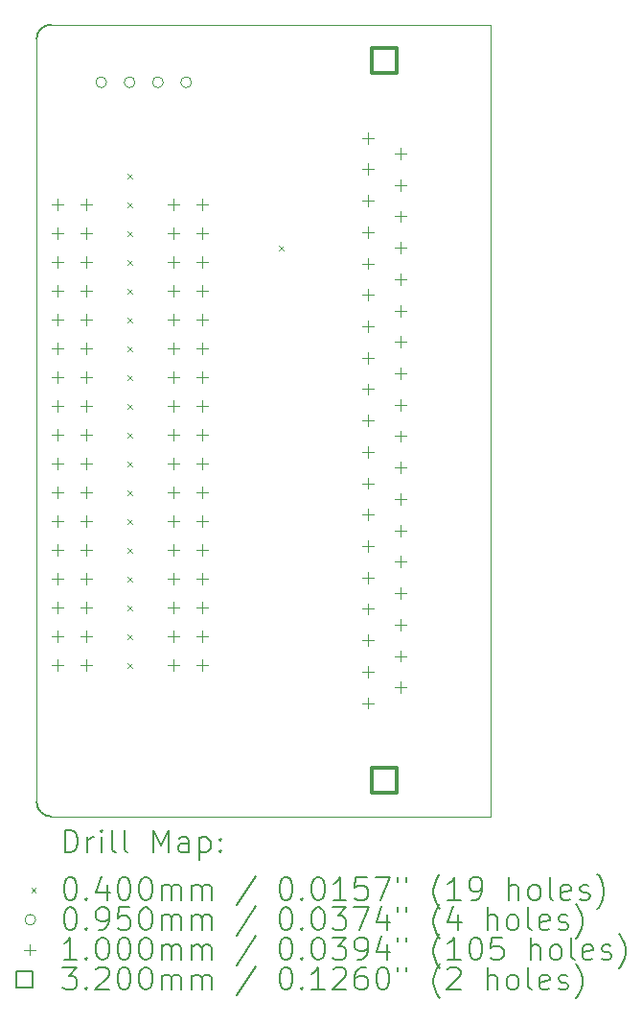
<source format=gbr>
%TF.GenerationSoftware,KiCad,Pcbnew,6.0.11+dfsg-1*%
%TF.CreationDate,2024-03-29T12:08:07-05:00*%
%TF.ProjectId,xerox-floppy-34,7865726f-782d-4666-9c6f-7070792d3334,rev?*%
%TF.SameCoordinates,Original*%
%TF.FileFunction,Drillmap*%
%TF.FilePolarity,Positive*%
%FSLAX45Y45*%
G04 Gerber Fmt 4.5, Leading zero omitted, Abs format (unit mm)*
G04 Created by KiCad (PCBNEW 6.0.11+dfsg-1) date 2024-03-29 12:08:07*
%MOMM*%
%LPD*%
G01*
G04 APERTURE LIST*
%ADD10C,0.150000*%
%ADD11C,0.100000*%
%ADD12C,0.200000*%
%ADD13C,0.040000*%
%ADD14C,0.095000*%
%ADD15C,0.320000*%
G04 APERTURE END LIST*
D10*
X10033000Y-7112000D02*
G75*
G03*
X9906000Y-7239000I0J-127000D01*
G01*
X9906000Y-13970000D02*
G75*
G03*
X10033000Y-14097000I127000J0D01*
G01*
D11*
X10033000Y-7112000D02*
X13919200Y-7112000D01*
X9906000Y-13970000D02*
X9906000Y-7239000D01*
X13919200Y-14097000D02*
X10033000Y-14097000D01*
X13919200Y-7112000D02*
X13919200Y-14097000D01*
D12*
D13*
X10711500Y-8425500D02*
X10751500Y-8465500D01*
X10751500Y-8425500D02*
X10711500Y-8465500D01*
X10711500Y-8679500D02*
X10751500Y-8719500D01*
X10751500Y-8679500D02*
X10711500Y-8719500D01*
X10711500Y-8933500D02*
X10751500Y-8973500D01*
X10751500Y-8933500D02*
X10711500Y-8973500D01*
X10711500Y-9187500D02*
X10751500Y-9227500D01*
X10751500Y-9187500D02*
X10711500Y-9227500D01*
X10711500Y-9441500D02*
X10751500Y-9481500D01*
X10751500Y-9441500D02*
X10711500Y-9481500D01*
X10711500Y-9695500D02*
X10751500Y-9735500D01*
X10751500Y-9695500D02*
X10711500Y-9735500D01*
X10711500Y-9949500D02*
X10751500Y-9989500D01*
X10751500Y-9949500D02*
X10711500Y-9989500D01*
X10711500Y-10203500D02*
X10751500Y-10243500D01*
X10751500Y-10203500D02*
X10711500Y-10243500D01*
X10711500Y-10457500D02*
X10751500Y-10497500D01*
X10751500Y-10457500D02*
X10711500Y-10497500D01*
X10711500Y-10711500D02*
X10751500Y-10751500D01*
X10751500Y-10711500D02*
X10711500Y-10751500D01*
X10711500Y-10965500D02*
X10751500Y-11005500D01*
X10751500Y-10965500D02*
X10711500Y-11005500D01*
X10711500Y-11219500D02*
X10751500Y-11259500D01*
X10751500Y-11219500D02*
X10711500Y-11259500D01*
X10711500Y-11473500D02*
X10751500Y-11513500D01*
X10751500Y-11473500D02*
X10711500Y-11513500D01*
X10711500Y-11727500D02*
X10751500Y-11767500D01*
X10751500Y-11727500D02*
X10711500Y-11767500D01*
X10711500Y-11981500D02*
X10751500Y-12021500D01*
X10751500Y-11981500D02*
X10711500Y-12021500D01*
X10711500Y-12235500D02*
X10751500Y-12275500D01*
X10751500Y-12235500D02*
X10711500Y-12275500D01*
X10711500Y-12489500D02*
X10751500Y-12529500D01*
X10751500Y-12489500D02*
X10711500Y-12529500D01*
X10711500Y-12743500D02*
X10751500Y-12783500D01*
X10751500Y-12743500D02*
X10711500Y-12783500D01*
X12045000Y-9060500D02*
X12085000Y-9100500D01*
X12085000Y-9060500D02*
X12045000Y-9100500D01*
D14*
X10525000Y-7620000D02*
G75*
G03*
X10525000Y-7620000I-47500J0D01*
G01*
X10775000Y-7620000D02*
G75*
G03*
X10775000Y-7620000I-47500J0D01*
G01*
X11025000Y-7620000D02*
G75*
G03*
X11025000Y-7620000I-47500J0D01*
G01*
X11275000Y-7620000D02*
G75*
G03*
X11275000Y-7620000I-47500J0D01*
G01*
D11*
X10090000Y-8650000D02*
X10090000Y-8750000D01*
X10040000Y-8700000D02*
X10140000Y-8700000D01*
X10090000Y-8904000D02*
X10090000Y-9004000D01*
X10040000Y-8954000D02*
X10140000Y-8954000D01*
X10090000Y-9158000D02*
X10090000Y-9258000D01*
X10040000Y-9208000D02*
X10140000Y-9208000D01*
X10090000Y-9412000D02*
X10090000Y-9512000D01*
X10040000Y-9462000D02*
X10140000Y-9462000D01*
X10090000Y-9666000D02*
X10090000Y-9766000D01*
X10040000Y-9716000D02*
X10140000Y-9716000D01*
X10090000Y-9920000D02*
X10090000Y-10020000D01*
X10040000Y-9970000D02*
X10140000Y-9970000D01*
X10090000Y-10174000D02*
X10090000Y-10274000D01*
X10040000Y-10224000D02*
X10140000Y-10224000D01*
X10090000Y-10428000D02*
X10090000Y-10528000D01*
X10040000Y-10478000D02*
X10140000Y-10478000D01*
X10090000Y-10682000D02*
X10090000Y-10782000D01*
X10040000Y-10732000D02*
X10140000Y-10732000D01*
X10090000Y-10936000D02*
X10090000Y-11036000D01*
X10040000Y-10986000D02*
X10140000Y-10986000D01*
X10090000Y-11190000D02*
X10090000Y-11290000D01*
X10040000Y-11240000D02*
X10140000Y-11240000D01*
X10090000Y-11444000D02*
X10090000Y-11544000D01*
X10040000Y-11494000D02*
X10140000Y-11494000D01*
X10090000Y-11698000D02*
X10090000Y-11798000D01*
X10040000Y-11748000D02*
X10140000Y-11748000D01*
X10090000Y-11952000D02*
X10090000Y-12052000D01*
X10040000Y-12002000D02*
X10140000Y-12002000D01*
X10090000Y-12206000D02*
X10090000Y-12306000D01*
X10040000Y-12256000D02*
X10140000Y-12256000D01*
X10090000Y-12460000D02*
X10090000Y-12560000D01*
X10040000Y-12510000D02*
X10140000Y-12510000D01*
X10090000Y-12714000D02*
X10090000Y-12814000D01*
X10040000Y-12764000D02*
X10140000Y-12764000D01*
X10344000Y-8650000D02*
X10344000Y-8750000D01*
X10294000Y-8700000D02*
X10394000Y-8700000D01*
X10344000Y-8904000D02*
X10344000Y-9004000D01*
X10294000Y-8954000D02*
X10394000Y-8954000D01*
X10344000Y-9158000D02*
X10344000Y-9258000D01*
X10294000Y-9208000D02*
X10394000Y-9208000D01*
X10344000Y-9412000D02*
X10344000Y-9512000D01*
X10294000Y-9462000D02*
X10394000Y-9462000D01*
X10344000Y-9666000D02*
X10344000Y-9766000D01*
X10294000Y-9716000D02*
X10394000Y-9716000D01*
X10344000Y-9920000D02*
X10344000Y-10020000D01*
X10294000Y-9970000D02*
X10394000Y-9970000D01*
X10344000Y-10174000D02*
X10344000Y-10274000D01*
X10294000Y-10224000D02*
X10394000Y-10224000D01*
X10344000Y-10428000D02*
X10344000Y-10528000D01*
X10294000Y-10478000D02*
X10394000Y-10478000D01*
X10344000Y-10682000D02*
X10344000Y-10782000D01*
X10294000Y-10732000D02*
X10394000Y-10732000D01*
X10344000Y-10936000D02*
X10344000Y-11036000D01*
X10294000Y-10986000D02*
X10394000Y-10986000D01*
X10344000Y-11190000D02*
X10344000Y-11290000D01*
X10294000Y-11240000D02*
X10394000Y-11240000D01*
X10344000Y-11444000D02*
X10344000Y-11544000D01*
X10294000Y-11494000D02*
X10394000Y-11494000D01*
X10344000Y-11698000D02*
X10344000Y-11798000D01*
X10294000Y-11748000D02*
X10394000Y-11748000D01*
X10344000Y-11952000D02*
X10344000Y-12052000D01*
X10294000Y-12002000D02*
X10394000Y-12002000D01*
X10344000Y-12206000D02*
X10344000Y-12306000D01*
X10294000Y-12256000D02*
X10394000Y-12256000D01*
X10344000Y-12460000D02*
X10344000Y-12560000D01*
X10294000Y-12510000D02*
X10394000Y-12510000D01*
X10344000Y-12714000D02*
X10344000Y-12814000D01*
X10294000Y-12764000D02*
X10394000Y-12764000D01*
X11112500Y-8649500D02*
X11112500Y-8749500D01*
X11062500Y-8699500D02*
X11162500Y-8699500D01*
X11112500Y-8903500D02*
X11112500Y-9003500D01*
X11062500Y-8953500D02*
X11162500Y-8953500D01*
X11112500Y-9157500D02*
X11112500Y-9257500D01*
X11062500Y-9207500D02*
X11162500Y-9207500D01*
X11112500Y-9411500D02*
X11112500Y-9511500D01*
X11062500Y-9461500D02*
X11162500Y-9461500D01*
X11112500Y-9665500D02*
X11112500Y-9765500D01*
X11062500Y-9715500D02*
X11162500Y-9715500D01*
X11112500Y-9919500D02*
X11112500Y-10019500D01*
X11062500Y-9969500D02*
X11162500Y-9969500D01*
X11112500Y-10173500D02*
X11112500Y-10273500D01*
X11062500Y-10223500D02*
X11162500Y-10223500D01*
X11112500Y-10427500D02*
X11112500Y-10527500D01*
X11062500Y-10477500D02*
X11162500Y-10477500D01*
X11112500Y-10681500D02*
X11112500Y-10781500D01*
X11062500Y-10731500D02*
X11162500Y-10731500D01*
X11112500Y-10935500D02*
X11112500Y-11035500D01*
X11062500Y-10985500D02*
X11162500Y-10985500D01*
X11112500Y-11189500D02*
X11112500Y-11289500D01*
X11062500Y-11239500D02*
X11162500Y-11239500D01*
X11112500Y-11443500D02*
X11112500Y-11543500D01*
X11062500Y-11493500D02*
X11162500Y-11493500D01*
X11112500Y-11697500D02*
X11112500Y-11797500D01*
X11062500Y-11747500D02*
X11162500Y-11747500D01*
X11112500Y-11951500D02*
X11112500Y-12051500D01*
X11062500Y-12001500D02*
X11162500Y-12001500D01*
X11112500Y-12205500D02*
X11112500Y-12305500D01*
X11062500Y-12255500D02*
X11162500Y-12255500D01*
X11112500Y-12459500D02*
X11112500Y-12559500D01*
X11062500Y-12509500D02*
X11162500Y-12509500D01*
X11112500Y-12713500D02*
X11112500Y-12813500D01*
X11062500Y-12763500D02*
X11162500Y-12763500D01*
X11366500Y-8649500D02*
X11366500Y-8749500D01*
X11316500Y-8699500D02*
X11416500Y-8699500D01*
X11366500Y-8903500D02*
X11366500Y-9003500D01*
X11316500Y-8953500D02*
X11416500Y-8953500D01*
X11366500Y-9157500D02*
X11366500Y-9257500D01*
X11316500Y-9207500D02*
X11416500Y-9207500D01*
X11366500Y-9411500D02*
X11366500Y-9511500D01*
X11316500Y-9461500D02*
X11416500Y-9461500D01*
X11366500Y-9665500D02*
X11366500Y-9765500D01*
X11316500Y-9715500D02*
X11416500Y-9715500D01*
X11366500Y-9919500D02*
X11366500Y-10019500D01*
X11316500Y-9969500D02*
X11416500Y-9969500D01*
X11366500Y-10173500D02*
X11366500Y-10273500D01*
X11316500Y-10223500D02*
X11416500Y-10223500D01*
X11366500Y-10427500D02*
X11366500Y-10527500D01*
X11316500Y-10477500D02*
X11416500Y-10477500D01*
X11366500Y-10681500D02*
X11366500Y-10781500D01*
X11316500Y-10731500D02*
X11416500Y-10731500D01*
X11366500Y-10935500D02*
X11366500Y-11035500D01*
X11316500Y-10985500D02*
X11416500Y-10985500D01*
X11366500Y-11189500D02*
X11366500Y-11289500D01*
X11316500Y-11239500D02*
X11416500Y-11239500D01*
X11366500Y-11443500D02*
X11366500Y-11543500D01*
X11316500Y-11493500D02*
X11416500Y-11493500D01*
X11366500Y-11697500D02*
X11366500Y-11797500D01*
X11316500Y-11747500D02*
X11416500Y-11747500D01*
X11366500Y-11951500D02*
X11366500Y-12051500D01*
X11316500Y-12001500D02*
X11416500Y-12001500D01*
X11366500Y-12205500D02*
X11366500Y-12305500D01*
X11316500Y-12255500D02*
X11416500Y-12255500D01*
X11366500Y-12459500D02*
X11366500Y-12559500D01*
X11316500Y-12509500D02*
X11416500Y-12509500D01*
X11366500Y-12713500D02*
X11366500Y-12813500D01*
X11316500Y-12763500D02*
X11416500Y-12763500D01*
X12834967Y-8061000D02*
X12834967Y-8161000D01*
X12784967Y-8111000D02*
X12884967Y-8111000D01*
X12834967Y-8338000D02*
X12834967Y-8438000D01*
X12784967Y-8388000D02*
X12884967Y-8388000D01*
X12834967Y-8615000D02*
X12834967Y-8715000D01*
X12784967Y-8665000D02*
X12884967Y-8665000D01*
X12834967Y-8892000D02*
X12834967Y-8992000D01*
X12784967Y-8942000D02*
X12884967Y-8942000D01*
X12834967Y-9169000D02*
X12834967Y-9269000D01*
X12784967Y-9219000D02*
X12884967Y-9219000D01*
X12834967Y-9446000D02*
X12834967Y-9546000D01*
X12784967Y-9496000D02*
X12884967Y-9496000D01*
X12834967Y-9723000D02*
X12834967Y-9823000D01*
X12784967Y-9773000D02*
X12884967Y-9773000D01*
X12834967Y-10000000D02*
X12834967Y-10100000D01*
X12784967Y-10050000D02*
X12884967Y-10050000D01*
X12834967Y-10277000D02*
X12834967Y-10377000D01*
X12784967Y-10327000D02*
X12884967Y-10327000D01*
X12834967Y-10554000D02*
X12834967Y-10654000D01*
X12784967Y-10604000D02*
X12884967Y-10604000D01*
X12834967Y-10831000D02*
X12834967Y-10931000D01*
X12784967Y-10881000D02*
X12884967Y-10881000D01*
X12834967Y-11108000D02*
X12834967Y-11208000D01*
X12784967Y-11158000D02*
X12884967Y-11158000D01*
X12834967Y-11385000D02*
X12834967Y-11485000D01*
X12784967Y-11435000D02*
X12884967Y-11435000D01*
X12834967Y-11662000D02*
X12834967Y-11762000D01*
X12784967Y-11712000D02*
X12884967Y-11712000D01*
X12834967Y-11939000D02*
X12834967Y-12039000D01*
X12784967Y-11989000D02*
X12884967Y-11989000D01*
X12834967Y-12216000D02*
X12834967Y-12316000D01*
X12784967Y-12266000D02*
X12884967Y-12266000D01*
X12834967Y-12493000D02*
X12834967Y-12593000D01*
X12784967Y-12543000D02*
X12884967Y-12543000D01*
X12834967Y-12770000D02*
X12834967Y-12870000D01*
X12784967Y-12820000D02*
X12884967Y-12820000D01*
X12834967Y-13047000D02*
X12834967Y-13147000D01*
X12784967Y-13097000D02*
X12884967Y-13097000D01*
X13118967Y-8199500D02*
X13118967Y-8299500D01*
X13068967Y-8249500D02*
X13168967Y-8249500D01*
X13118967Y-8476500D02*
X13118967Y-8576500D01*
X13068967Y-8526500D02*
X13168967Y-8526500D01*
X13118967Y-8753500D02*
X13118967Y-8853500D01*
X13068967Y-8803500D02*
X13168967Y-8803500D01*
X13118967Y-9030500D02*
X13118967Y-9130500D01*
X13068967Y-9080500D02*
X13168967Y-9080500D01*
X13118967Y-9307500D02*
X13118967Y-9407500D01*
X13068967Y-9357500D02*
X13168967Y-9357500D01*
X13118967Y-9584500D02*
X13118967Y-9684500D01*
X13068967Y-9634500D02*
X13168967Y-9634500D01*
X13118967Y-9861500D02*
X13118967Y-9961500D01*
X13068967Y-9911500D02*
X13168967Y-9911500D01*
X13118967Y-10138500D02*
X13118967Y-10238500D01*
X13068967Y-10188500D02*
X13168967Y-10188500D01*
X13118967Y-10415500D02*
X13118967Y-10515500D01*
X13068967Y-10465500D02*
X13168967Y-10465500D01*
X13118967Y-10692500D02*
X13118967Y-10792500D01*
X13068967Y-10742500D02*
X13168967Y-10742500D01*
X13118967Y-10969500D02*
X13118967Y-11069500D01*
X13068967Y-11019500D02*
X13168967Y-11019500D01*
X13118967Y-11246500D02*
X13118967Y-11346500D01*
X13068967Y-11296500D02*
X13168967Y-11296500D01*
X13118967Y-11523500D02*
X13118967Y-11623500D01*
X13068967Y-11573500D02*
X13168967Y-11573500D01*
X13118967Y-11800500D02*
X13118967Y-11900500D01*
X13068967Y-11850500D02*
X13168967Y-11850500D01*
X13118967Y-12077500D02*
X13118967Y-12177500D01*
X13068967Y-12127500D02*
X13168967Y-12127500D01*
X13118967Y-12354500D02*
X13118967Y-12454500D01*
X13068967Y-12404500D02*
X13168967Y-12404500D01*
X13118967Y-12631500D02*
X13118967Y-12731500D01*
X13068967Y-12681500D02*
X13168967Y-12681500D01*
X13118967Y-12908500D02*
X13118967Y-13008500D01*
X13068967Y-12958500D02*
X13168967Y-12958500D01*
D15*
X13090105Y-7542138D02*
X13090105Y-7315862D01*
X12863829Y-7315862D01*
X12863829Y-7542138D01*
X13090105Y-7542138D01*
X13090105Y-13892138D02*
X13090105Y-13665862D01*
X12863829Y-13665862D01*
X12863829Y-13892138D01*
X13090105Y-13892138D01*
D12*
X10156119Y-14414976D02*
X10156119Y-14214976D01*
X10203738Y-14214976D01*
X10232310Y-14224500D01*
X10251357Y-14243548D01*
X10260881Y-14262595D01*
X10270405Y-14300690D01*
X10270405Y-14329262D01*
X10260881Y-14367357D01*
X10251357Y-14386405D01*
X10232310Y-14405452D01*
X10203738Y-14414976D01*
X10156119Y-14414976D01*
X10356119Y-14414976D02*
X10356119Y-14281643D01*
X10356119Y-14319738D02*
X10365643Y-14300690D01*
X10375167Y-14291167D01*
X10394214Y-14281643D01*
X10413262Y-14281643D01*
X10479929Y-14414976D02*
X10479929Y-14281643D01*
X10479929Y-14214976D02*
X10470405Y-14224500D01*
X10479929Y-14234024D01*
X10489452Y-14224500D01*
X10479929Y-14214976D01*
X10479929Y-14234024D01*
X10603738Y-14414976D02*
X10584690Y-14405452D01*
X10575167Y-14386405D01*
X10575167Y-14214976D01*
X10708500Y-14414976D02*
X10689452Y-14405452D01*
X10679929Y-14386405D01*
X10679929Y-14214976D01*
X10937071Y-14414976D02*
X10937071Y-14214976D01*
X11003738Y-14357833D01*
X11070405Y-14214976D01*
X11070405Y-14414976D01*
X11251357Y-14414976D02*
X11251357Y-14310214D01*
X11241833Y-14291167D01*
X11222786Y-14281643D01*
X11184690Y-14281643D01*
X11165643Y-14291167D01*
X11251357Y-14405452D02*
X11232309Y-14414976D01*
X11184690Y-14414976D01*
X11165643Y-14405452D01*
X11156119Y-14386405D01*
X11156119Y-14367357D01*
X11165643Y-14348309D01*
X11184690Y-14338786D01*
X11232309Y-14338786D01*
X11251357Y-14329262D01*
X11346595Y-14281643D02*
X11346595Y-14481643D01*
X11346595Y-14291167D02*
X11365643Y-14281643D01*
X11403738Y-14281643D01*
X11422786Y-14291167D01*
X11432309Y-14300690D01*
X11441833Y-14319738D01*
X11441833Y-14376881D01*
X11432309Y-14395928D01*
X11422786Y-14405452D01*
X11403738Y-14414976D01*
X11365643Y-14414976D01*
X11346595Y-14405452D01*
X11527548Y-14395928D02*
X11537071Y-14405452D01*
X11527548Y-14414976D01*
X11518024Y-14405452D01*
X11527548Y-14395928D01*
X11527548Y-14414976D01*
X11527548Y-14291167D02*
X11537071Y-14300690D01*
X11527548Y-14310214D01*
X11518024Y-14300690D01*
X11527548Y-14291167D01*
X11527548Y-14310214D01*
D13*
X9858500Y-14724500D02*
X9898500Y-14764500D01*
X9898500Y-14724500D02*
X9858500Y-14764500D01*
D12*
X10194214Y-14634976D02*
X10213262Y-14634976D01*
X10232310Y-14644500D01*
X10241833Y-14654024D01*
X10251357Y-14673071D01*
X10260881Y-14711167D01*
X10260881Y-14758786D01*
X10251357Y-14796881D01*
X10241833Y-14815928D01*
X10232310Y-14825452D01*
X10213262Y-14834976D01*
X10194214Y-14834976D01*
X10175167Y-14825452D01*
X10165643Y-14815928D01*
X10156119Y-14796881D01*
X10146595Y-14758786D01*
X10146595Y-14711167D01*
X10156119Y-14673071D01*
X10165643Y-14654024D01*
X10175167Y-14644500D01*
X10194214Y-14634976D01*
X10346595Y-14815928D02*
X10356119Y-14825452D01*
X10346595Y-14834976D01*
X10337071Y-14825452D01*
X10346595Y-14815928D01*
X10346595Y-14834976D01*
X10527548Y-14701643D02*
X10527548Y-14834976D01*
X10479929Y-14625452D02*
X10432310Y-14768309D01*
X10556119Y-14768309D01*
X10670405Y-14634976D02*
X10689452Y-14634976D01*
X10708500Y-14644500D01*
X10718024Y-14654024D01*
X10727548Y-14673071D01*
X10737071Y-14711167D01*
X10737071Y-14758786D01*
X10727548Y-14796881D01*
X10718024Y-14815928D01*
X10708500Y-14825452D01*
X10689452Y-14834976D01*
X10670405Y-14834976D01*
X10651357Y-14825452D01*
X10641833Y-14815928D01*
X10632310Y-14796881D01*
X10622786Y-14758786D01*
X10622786Y-14711167D01*
X10632310Y-14673071D01*
X10641833Y-14654024D01*
X10651357Y-14644500D01*
X10670405Y-14634976D01*
X10860881Y-14634976D02*
X10879929Y-14634976D01*
X10898976Y-14644500D01*
X10908500Y-14654024D01*
X10918024Y-14673071D01*
X10927548Y-14711167D01*
X10927548Y-14758786D01*
X10918024Y-14796881D01*
X10908500Y-14815928D01*
X10898976Y-14825452D01*
X10879929Y-14834976D01*
X10860881Y-14834976D01*
X10841833Y-14825452D01*
X10832310Y-14815928D01*
X10822786Y-14796881D01*
X10813262Y-14758786D01*
X10813262Y-14711167D01*
X10822786Y-14673071D01*
X10832310Y-14654024D01*
X10841833Y-14644500D01*
X10860881Y-14634976D01*
X11013262Y-14834976D02*
X11013262Y-14701643D01*
X11013262Y-14720690D02*
X11022786Y-14711167D01*
X11041833Y-14701643D01*
X11070405Y-14701643D01*
X11089452Y-14711167D01*
X11098976Y-14730214D01*
X11098976Y-14834976D01*
X11098976Y-14730214D02*
X11108500Y-14711167D01*
X11127548Y-14701643D01*
X11156119Y-14701643D01*
X11175167Y-14711167D01*
X11184690Y-14730214D01*
X11184690Y-14834976D01*
X11279928Y-14834976D02*
X11279928Y-14701643D01*
X11279928Y-14720690D02*
X11289452Y-14711167D01*
X11308500Y-14701643D01*
X11337071Y-14701643D01*
X11356119Y-14711167D01*
X11365643Y-14730214D01*
X11365643Y-14834976D01*
X11365643Y-14730214D02*
X11375167Y-14711167D01*
X11394214Y-14701643D01*
X11422786Y-14701643D01*
X11441833Y-14711167D01*
X11451357Y-14730214D01*
X11451357Y-14834976D01*
X11841833Y-14625452D02*
X11670405Y-14882595D01*
X12098976Y-14634976D02*
X12118024Y-14634976D01*
X12137071Y-14644500D01*
X12146595Y-14654024D01*
X12156119Y-14673071D01*
X12165643Y-14711167D01*
X12165643Y-14758786D01*
X12156119Y-14796881D01*
X12146595Y-14815928D01*
X12137071Y-14825452D01*
X12118024Y-14834976D01*
X12098976Y-14834976D01*
X12079928Y-14825452D01*
X12070405Y-14815928D01*
X12060881Y-14796881D01*
X12051357Y-14758786D01*
X12051357Y-14711167D01*
X12060881Y-14673071D01*
X12070405Y-14654024D01*
X12079928Y-14644500D01*
X12098976Y-14634976D01*
X12251357Y-14815928D02*
X12260881Y-14825452D01*
X12251357Y-14834976D01*
X12241833Y-14825452D01*
X12251357Y-14815928D01*
X12251357Y-14834976D01*
X12384690Y-14634976D02*
X12403738Y-14634976D01*
X12422786Y-14644500D01*
X12432309Y-14654024D01*
X12441833Y-14673071D01*
X12451357Y-14711167D01*
X12451357Y-14758786D01*
X12441833Y-14796881D01*
X12432309Y-14815928D01*
X12422786Y-14825452D01*
X12403738Y-14834976D01*
X12384690Y-14834976D01*
X12365643Y-14825452D01*
X12356119Y-14815928D01*
X12346595Y-14796881D01*
X12337071Y-14758786D01*
X12337071Y-14711167D01*
X12346595Y-14673071D01*
X12356119Y-14654024D01*
X12365643Y-14644500D01*
X12384690Y-14634976D01*
X12641833Y-14834976D02*
X12527548Y-14834976D01*
X12584690Y-14834976D02*
X12584690Y-14634976D01*
X12565643Y-14663548D01*
X12546595Y-14682595D01*
X12527548Y-14692119D01*
X12822786Y-14634976D02*
X12727548Y-14634976D01*
X12718024Y-14730214D01*
X12727548Y-14720690D01*
X12746595Y-14711167D01*
X12794214Y-14711167D01*
X12813262Y-14720690D01*
X12822786Y-14730214D01*
X12832309Y-14749262D01*
X12832309Y-14796881D01*
X12822786Y-14815928D01*
X12813262Y-14825452D01*
X12794214Y-14834976D01*
X12746595Y-14834976D01*
X12727548Y-14825452D01*
X12718024Y-14815928D01*
X12898976Y-14634976D02*
X13032309Y-14634976D01*
X12946595Y-14834976D01*
X13098976Y-14634976D02*
X13098976Y-14673071D01*
X13175167Y-14634976D02*
X13175167Y-14673071D01*
X13470405Y-14911167D02*
X13460881Y-14901643D01*
X13441833Y-14873071D01*
X13432309Y-14854024D01*
X13422786Y-14825452D01*
X13413262Y-14777833D01*
X13413262Y-14739738D01*
X13422786Y-14692119D01*
X13432309Y-14663548D01*
X13441833Y-14644500D01*
X13460881Y-14615928D01*
X13470405Y-14606405D01*
X13651357Y-14834976D02*
X13537071Y-14834976D01*
X13594214Y-14834976D02*
X13594214Y-14634976D01*
X13575167Y-14663548D01*
X13556119Y-14682595D01*
X13537071Y-14692119D01*
X13746595Y-14834976D02*
X13784690Y-14834976D01*
X13803738Y-14825452D01*
X13813262Y-14815928D01*
X13832309Y-14787357D01*
X13841833Y-14749262D01*
X13841833Y-14673071D01*
X13832309Y-14654024D01*
X13822786Y-14644500D01*
X13803738Y-14634976D01*
X13765643Y-14634976D01*
X13746595Y-14644500D01*
X13737071Y-14654024D01*
X13727548Y-14673071D01*
X13727548Y-14720690D01*
X13737071Y-14739738D01*
X13746595Y-14749262D01*
X13765643Y-14758786D01*
X13803738Y-14758786D01*
X13822786Y-14749262D01*
X13832309Y-14739738D01*
X13841833Y-14720690D01*
X14079928Y-14834976D02*
X14079928Y-14634976D01*
X14165643Y-14834976D02*
X14165643Y-14730214D01*
X14156119Y-14711167D01*
X14137071Y-14701643D01*
X14108500Y-14701643D01*
X14089452Y-14711167D01*
X14079928Y-14720690D01*
X14289452Y-14834976D02*
X14270405Y-14825452D01*
X14260881Y-14815928D01*
X14251357Y-14796881D01*
X14251357Y-14739738D01*
X14260881Y-14720690D01*
X14270405Y-14711167D01*
X14289452Y-14701643D01*
X14318024Y-14701643D01*
X14337071Y-14711167D01*
X14346595Y-14720690D01*
X14356119Y-14739738D01*
X14356119Y-14796881D01*
X14346595Y-14815928D01*
X14337071Y-14825452D01*
X14318024Y-14834976D01*
X14289452Y-14834976D01*
X14470405Y-14834976D02*
X14451357Y-14825452D01*
X14441833Y-14806405D01*
X14441833Y-14634976D01*
X14622786Y-14825452D02*
X14603738Y-14834976D01*
X14565643Y-14834976D01*
X14546595Y-14825452D01*
X14537071Y-14806405D01*
X14537071Y-14730214D01*
X14546595Y-14711167D01*
X14565643Y-14701643D01*
X14603738Y-14701643D01*
X14622786Y-14711167D01*
X14632309Y-14730214D01*
X14632309Y-14749262D01*
X14537071Y-14768309D01*
X14708500Y-14825452D02*
X14727548Y-14834976D01*
X14765643Y-14834976D01*
X14784690Y-14825452D01*
X14794214Y-14806405D01*
X14794214Y-14796881D01*
X14784690Y-14777833D01*
X14765643Y-14768309D01*
X14737071Y-14768309D01*
X14718024Y-14758786D01*
X14708500Y-14739738D01*
X14708500Y-14730214D01*
X14718024Y-14711167D01*
X14737071Y-14701643D01*
X14765643Y-14701643D01*
X14784690Y-14711167D01*
X14860881Y-14911167D02*
X14870405Y-14901643D01*
X14889452Y-14873071D01*
X14898976Y-14854024D01*
X14908500Y-14825452D01*
X14918024Y-14777833D01*
X14918024Y-14739738D01*
X14908500Y-14692119D01*
X14898976Y-14663548D01*
X14889452Y-14644500D01*
X14870405Y-14615928D01*
X14860881Y-14606405D01*
D14*
X9898500Y-15008500D02*
G75*
G03*
X9898500Y-15008500I-47500J0D01*
G01*
D12*
X10194214Y-14898976D02*
X10213262Y-14898976D01*
X10232310Y-14908500D01*
X10241833Y-14918024D01*
X10251357Y-14937071D01*
X10260881Y-14975167D01*
X10260881Y-15022786D01*
X10251357Y-15060881D01*
X10241833Y-15079928D01*
X10232310Y-15089452D01*
X10213262Y-15098976D01*
X10194214Y-15098976D01*
X10175167Y-15089452D01*
X10165643Y-15079928D01*
X10156119Y-15060881D01*
X10146595Y-15022786D01*
X10146595Y-14975167D01*
X10156119Y-14937071D01*
X10165643Y-14918024D01*
X10175167Y-14908500D01*
X10194214Y-14898976D01*
X10346595Y-15079928D02*
X10356119Y-15089452D01*
X10346595Y-15098976D01*
X10337071Y-15089452D01*
X10346595Y-15079928D01*
X10346595Y-15098976D01*
X10451357Y-15098976D02*
X10489452Y-15098976D01*
X10508500Y-15089452D01*
X10518024Y-15079928D01*
X10537071Y-15051357D01*
X10546595Y-15013262D01*
X10546595Y-14937071D01*
X10537071Y-14918024D01*
X10527548Y-14908500D01*
X10508500Y-14898976D01*
X10470405Y-14898976D01*
X10451357Y-14908500D01*
X10441833Y-14918024D01*
X10432310Y-14937071D01*
X10432310Y-14984690D01*
X10441833Y-15003738D01*
X10451357Y-15013262D01*
X10470405Y-15022786D01*
X10508500Y-15022786D01*
X10527548Y-15013262D01*
X10537071Y-15003738D01*
X10546595Y-14984690D01*
X10727548Y-14898976D02*
X10632310Y-14898976D01*
X10622786Y-14994214D01*
X10632310Y-14984690D01*
X10651357Y-14975167D01*
X10698976Y-14975167D01*
X10718024Y-14984690D01*
X10727548Y-14994214D01*
X10737071Y-15013262D01*
X10737071Y-15060881D01*
X10727548Y-15079928D01*
X10718024Y-15089452D01*
X10698976Y-15098976D01*
X10651357Y-15098976D01*
X10632310Y-15089452D01*
X10622786Y-15079928D01*
X10860881Y-14898976D02*
X10879929Y-14898976D01*
X10898976Y-14908500D01*
X10908500Y-14918024D01*
X10918024Y-14937071D01*
X10927548Y-14975167D01*
X10927548Y-15022786D01*
X10918024Y-15060881D01*
X10908500Y-15079928D01*
X10898976Y-15089452D01*
X10879929Y-15098976D01*
X10860881Y-15098976D01*
X10841833Y-15089452D01*
X10832310Y-15079928D01*
X10822786Y-15060881D01*
X10813262Y-15022786D01*
X10813262Y-14975167D01*
X10822786Y-14937071D01*
X10832310Y-14918024D01*
X10841833Y-14908500D01*
X10860881Y-14898976D01*
X11013262Y-15098976D02*
X11013262Y-14965643D01*
X11013262Y-14984690D02*
X11022786Y-14975167D01*
X11041833Y-14965643D01*
X11070405Y-14965643D01*
X11089452Y-14975167D01*
X11098976Y-14994214D01*
X11098976Y-15098976D01*
X11098976Y-14994214D02*
X11108500Y-14975167D01*
X11127548Y-14965643D01*
X11156119Y-14965643D01*
X11175167Y-14975167D01*
X11184690Y-14994214D01*
X11184690Y-15098976D01*
X11279928Y-15098976D02*
X11279928Y-14965643D01*
X11279928Y-14984690D02*
X11289452Y-14975167D01*
X11308500Y-14965643D01*
X11337071Y-14965643D01*
X11356119Y-14975167D01*
X11365643Y-14994214D01*
X11365643Y-15098976D01*
X11365643Y-14994214D02*
X11375167Y-14975167D01*
X11394214Y-14965643D01*
X11422786Y-14965643D01*
X11441833Y-14975167D01*
X11451357Y-14994214D01*
X11451357Y-15098976D01*
X11841833Y-14889452D02*
X11670405Y-15146595D01*
X12098976Y-14898976D02*
X12118024Y-14898976D01*
X12137071Y-14908500D01*
X12146595Y-14918024D01*
X12156119Y-14937071D01*
X12165643Y-14975167D01*
X12165643Y-15022786D01*
X12156119Y-15060881D01*
X12146595Y-15079928D01*
X12137071Y-15089452D01*
X12118024Y-15098976D01*
X12098976Y-15098976D01*
X12079928Y-15089452D01*
X12070405Y-15079928D01*
X12060881Y-15060881D01*
X12051357Y-15022786D01*
X12051357Y-14975167D01*
X12060881Y-14937071D01*
X12070405Y-14918024D01*
X12079928Y-14908500D01*
X12098976Y-14898976D01*
X12251357Y-15079928D02*
X12260881Y-15089452D01*
X12251357Y-15098976D01*
X12241833Y-15089452D01*
X12251357Y-15079928D01*
X12251357Y-15098976D01*
X12384690Y-14898976D02*
X12403738Y-14898976D01*
X12422786Y-14908500D01*
X12432309Y-14918024D01*
X12441833Y-14937071D01*
X12451357Y-14975167D01*
X12451357Y-15022786D01*
X12441833Y-15060881D01*
X12432309Y-15079928D01*
X12422786Y-15089452D01*
X12403738Y-15098976D01*
X12384690Y-15098976D01*
X12365643Y-15089452D01*
X12356119Y-15079928D01*
X12346595Y-15060881D01*
X12337071Y-15022786D01*
X12337071Y-14975167D01*
X12346595Y-14937071D01*
X12356119Y-14918024D01*
X12365643Y-14908500D01*
X12384690Y-14898976D01*
X12518024Y-14898976D02*
X12641833Y-14898976D01*
X12575167Y-14975167D01*
X12603738Y-14975167D01*
X12622786Y-14984690D01*
X12632309Y-14994214D01*
X12641833Y-15013262D01*
X12641833Y-15060881D01*
X12632309Y-15079928D01*
X12622786Y-15089452D01*
X12603738Y-15098976D01*
X12546595Y-15098976D01*
X12527548Y-15089452D01*
X12518024Y-15079928D01*
X12708500Y-14898976D02*
X12841833Y-14898976D01*
X12756119Y-15098976D01*
X13003738Y-14965643D02*
X13003738Y-15098976D01*
X12956119Y-14889452D02*
X12908500Y-15032309D01*
X13032309Y-15032309D01*
X13098976Y-14898976D02*
X13098976Y-14937071D01*
X13175167Y-14898976D02*
X13175167Y-14937071D01*
X13470405Y-15175167D02*
X13460881Y-15165643D01*
X13441833Y-15137071D01*
X13432309Y-15118024D01*
X13422786Y-15089452D01*
X13413262Y-15041833D01*
X13413262Y-15003738D01*
X13422786Y-14956119D01*
X13432309Y-14927548D01*
X13441833Y-14908500D01*
X13460881Y-14879928D01*
X13470405Y-14870405D01*
X13632309Y-14965643D02*
X13632309Y-15098976D01*
X13584690Y-14889452D02*
X13537071Y-15032309D01*
X13660881Y-15032309D01*
X13889452Y-15098976D02*
X13889452Y-14898976D01*
X13975167Y-15098976D02*
X13975167Y-14994214D01*
X13965643Y-14975167D01*
X13946595Y-14965643D01*
X13918024Y-14965643D01*
X13898976Y-14975167D01*
X13889452Y-14984690D01*
X14098976Y-15098976D02*
X14079928Y-15089452D01*
X14070405Y-15079928D01*
X14060881Y-15060881D01*
X14060881Y-15003738D01*
X14070405Y-14984690D01*
X14079928Y-14975167D01*
X14098976Y-14965643D01*
X14127548Y-14965643D01*
X14146595Y-14975167D01*
X14156119Y-14984690D01*
X14165643Y-15003738D01*
X14165643Y-15060881D01*
X14156119Y-15079928D01*
X14146595Y-15089452D01*
X14127548Y-15098976D01*
X14098976Y-15098976D01*
X14279928Y-15098976D02*
X14260881Y-15089452D01*
X14251357Y-15070405D01*
X14251357Y-14898976D01*
X14432309Y-15089452D02*
X14413262Y-15098976D01*
X14375167Y-15098976D01*
X14356119Y-15089452D01*
X14346595Y-15070405D01*
X14346595Y-14994214D01*
X14356119Y-14975167D01*
X14375167Y-14965643D01*
X14413262Y-14965643D01*
X14432309Y-14975167D01*
X14441833Y-14994214D01*
X14441833Y-15013262D01*
X14346595Y-15032309D01*
X14518024Y-15089452D02*
X14537071Y-15098976D01*
X14575167Y-15098976D01*
X14594214Y-15089452D01*
X14603738Y-15070405D01*
X14603738Y-15060881D01*
X14594214Y-15041833D01*
X14575167Y-15032309D01*
X14546595Y-15032309D01*
X14527548Y-15022786D01*
X14518024Y-15003738D01*
X14518024Y-14994214D01*
X14527548Y-14975167D01*
X14546595Y-14965643D01*
X14575167Y-14965643D01*
X14594214Y-14975167D01*
X14670405Y-15175167D02*
X14679928Y-15165643D01*
X14698976Y-15137071D01*
X14708500Y-15118024D01*
X14718024Y-15089452D01*
X14727548Y-15041833D01*
X14727548Y-15003738D01*
X14718024Y-14956119D01*
X14708500Y-14927548D01*
X14698976Y-14908500D01*
X14679928Y-14879928D01*
X14670405Y-14870405D01*
D11*
X9848500Y-15222500D02*
X9848500Y-15322500D01*
X9798500Y-15272500D02*
X9898500Y-15272500D01*
D12*
X10260881Y-15362976D02*
X10146595Y-15362976D01*
X10203738Y-15362976D02*
X10203738Y-15162976D01*
X10184690Y-15191548D01*
X10165643Y-15210595D01*
X10146595Y-15220119D01*
X10346595Y-15343928D02*
X10356119Y-15353452D01*
X10346595Y-15362976D01*
X10337071Y-15353452D01*
X10346595Y-15343928D01*
X10346595Y-15362976D01*
X10479929Y-15162976D02*
X10498976Y-15162976D01*
X10518024Y-15172500D01*
X10527548Y-15182024D01*
X10537071Y-15201071D01*
X10546595Y-15239167D01*
X10546595Y-15286786D01*
X10537071Y-15324881D01*
X10527548Y-15343928D01*
X10518024Y-15353452D01*
X10498976Y-15362976D01*
X10479929Y-15362976D01*
X10460881Y-15353452D01*
X10451357Y-15343928D01*
X10441833Y-15324881D01*
X10432310Y-15286786D01*
X10432310Y-15239167D01*
X10441833Y-15201071D01*
X10451357Y-15182024D01*
X10460881Y-15172500D01*
X10479929Y-15162976D01*
X10670405Y-15162976D02*
X10689452Y-15162976D01*
X10708500Y-15172500D01*
X10718024Y-15182024D01*
X10727548Y-15201071D01*
X10737071Y-15239167D01*
X10737071Y-15286786D01*
X10727548Y-15324881D01*
X10718024Y-15343928D01*
X10708500Y-15353452D01*
X10689452Y-15362976D01*
X10670405Y-15362976D01*
X10651357Y-15353452D01*
X10641833Y-15343928D01*
X10632310Y-15324881D01*
X10622786Y-15286786D01*
X10622786Y-15239167D01*
X10632310Y-15201071D01*
X10641833Y-15182024D01*
X10651357Y-15172500D01*
X10670405Y-15162976D01*
X10860881Y-15162976D02*
X10879929Y-15162976D01*
X10898976Y-15172500D01*
X10908500Y-15182024D01*
X10918024Y-15201071D01*
X10927548Y-15239167D01*
X10927548Y-15286786D01*
X10918024Y-15324881D01*
X10908500Y-15343928D01*
X10898976Y-15353452D01*
X10879929Y-15362976D01*
X10860881Y-15362976D01*
X10841833Y-15353452D01*
X10832310Y-15343928D01*
X10822786Y-15324881D01*
X10813262Y-15286786D01*
X10813262Y-15239167D01*
X10822786Y-15201071D01*
X10832310Y-15182024D01*
X10841833Y-15172500D01*
X10860881Y-15162976D01*
X11013262Y-15362976D02*
X11013262Y-15229643D01*
X11013262Y-15248690D02*
X11022786Y-15239167D01*
X11041833Y-15229643D01*
X11070405Y-15229643D01*
X11089452Y-15239167D01*
X11098976Y-15258214D01*
X11098976Y-15362976D01*
X11098976Y-15258214D02*
X11108500Y-15239167D01*
X11127548Y-15229643D01*
X11156119Y-15229643D01*
X11175167Y-15239167D01*
X11184690Y-15258214D01*
X11184690Y-15362976D01*
X11279928Y-15362976D02*
X11279928Y-15229643D01*
X11279928Y-15248690D02*
X11289452Y-15239167D01*
X11308500Y-15229643D01*
X11337071Y-15229643D01*
X11356119Y-15239167D01*
X11365643Y-15258214D01*
X11365643Y-15362976D01*
X11365643Y-15258214D02*
X11375167Y-15239167D01*
X11394214Y-15229643D01*
X11422786Y-15229643D01*
X11441833Y-15239167D01*
X11451357Y-15258214D01*
X11451357Y-15362976D01*
X11841833Y-15153452D02*
X11670405Y-15410595D01*
X12098976Y-15162976D02*
X12118024Y-15162976D01*
X12137071Y-15172500D01*
X12146595Y-15182024D01*
X12156119Y-15201071D01*
X12165643Y-15239167D01*
X12165643Y-15286786D01*
X12156119Y-15324881D01*
X12146595Y-15343928D01*
X12137071Y-15353452D01*
X12118024Y-15362976D01*
X12098976Y-15362976D01*
X12079928Y-15353452D01*
X12070405Y-15343928D01*
X12060881Y-15324881D01*
X12051357Y-15286786D01*
X12051357Y-15239167D01*
X12060881Y-15201071D01*
X12070405Y-15182024D01*
X12079928Y-15172500D01*
X12098976Y-15162976D01*
X12251357Y-15343928D02*
X12260881Y-15353452D01*
X12251357Y-15362976D01*
X12241833Y-15353452D01*
X12251357Y-15343928D01*
X12251357Y-15362976D01*
X12384690Y-15162976D02*
X12403738Y-15162976D01*
X12422786Y-15172500D01*
X12432309Y-15182024D01*
X12441833Y-15201071D01*
X12451357Y-15239167D01*
X12451357Y-15286786D01*
X12441833Y-15324881D01*
X12432309Y-15343928D01*
X12422786Y-15353452D01*
X12403738Y-15362976D01*
X12384690Y-15362976D01*
X12365643Y-15353452D01*
X12356119Y-15343928D01*
X12346595Y-15324881D01*
X12337071Y-15286786D01*
X12337071Y-15239167D01*
X12346595Y-15201071D01*
X12356119Y-15182024D01*
X12365643Y-15172500D01*
X12384690Y-15162976D01*
X12518024Y-15162976D02*
X12641833Y-15162976D01*
X12575167Y-15239167D01*
X12603738Y-15239167D01*
X12622786Y-15248690D01*
X12632309Y-15258214D01*
X12641833Y-15277262D01*
X12641833Y-15324881D01*
X12632309Y-15343928D01*
X12622786Y-15353452D01*
X12603738Y-15362976D01*
X12546595Y-15362976D01*
X12527548Y-15353452D01*
X12518024Y-15343928D01*
X12737071Y-15362976D02*
X12775167Y-15362976D01*
X12794214Y-15353452D01*
X12803738Y-15343928D01*
X12822786Y-15315357D01*
X12832309Y-15277262D01*
X12832309Y-15201071D01*
X12822786Y-15182024D01*
X12813262Y-15172500D01*
X12794214Y-15162976D01*
X12756119Y-15162976D01*
X12737071Y-15172500D01*
X12727548Y-15182024D01*
X12718024Y-15201071D01*
X12718024Y-15248690D01*
X12727548Y-15267738D01*
X12737071Y-15277262D01*
X12756119Y-15286786D01*
X12794214Y-15286786D01*
X12813262Y-15277262D01*
X12822786Y-15267738D01*
X12832309Y-15248690D01*
X13003738Y-15229643D02*
X13003738Y-15362976D01*
X12956119Y-15153452D02*
X12908500Y-15296309D01*
X13032309Y-15296309D01*
X13098976Y-15162976D02*
X13098976Y-15201071D01*
X13175167Y-15162976D02*
X13175167Y-15201071D01*
X13470405Y-15439167D02*
X13460881Y-15429643D01*
X13441833Y-15401071D01*
X13432309Y-15382024D01*
X13422786Y-15353452D01*
X13413262Y-15305833D01*
X13413262Y-15267738D01*
X13422786Y-15220119D01*
X13432309Y-15191548D01*
X13441833Y-15172500D01*
X13460881Y-15143928D01*
X13470405Y-15134405D01*
X13651357Y-15362976D02*
X13537071Y-15362976D01*
X13594214Y-15362976D02*
X13594214Y-15162976D01*
X13575167Y-15191548D01*
X13556119Y-15210595D01*
X13537071Y-15220119D01*
X13775167Y-15162976D02*
X13794214Y-15162976D01*
X13813262Y-15172500D01*
X13822786Y-15182024D01*
X13832309Y-15201071D01*
X13841833Y-15239167D01*
X13841833Y-15286786D01*
X13832309Y-15324881D01*
X13822786Y-15343928D01*
X13813262Y-15353452D01*
X13794214Y-15362976D01*
X13775167Y-15362976D01*
X13756119Y-15353452D01*
X13746595Y-15343928D01*
X13737071Y-15324881D01*
X13727548Y-15286786D01*
X13727548Y-15239167D01*
X13737071Y-15201071D01*
X13746595Y-15182024D01*
X13756119Y-15172500D01*
X13775167Y-15162976D01*
X14022786Y-15162976D02*
X13927548Y-15162976D01*
X13918024Y-15258214D01*
X13927548Y-15248690D01*
X13946595Y-15239167D01*
X13994214Y-15239167D01*
X14013262Y-15248690D01*
X14022786Y-15258214D01*
X14032309Y-15277262D01*
X14032309Y-15324881D01*
X14022786Y-15343928D01*
X14013262Y-15353452D01*
X13994214Y-15362976D01*
X13946595Y-15362976D01*
X13927548Y-15353452D01*
X13918024Y-15343928D01*
X14270405Y-15362976D02*
X14270405Y-15162976D01*
X14356119Y-15362976D02*
X14356119Y-15258214D01*
X14346595Y-15239167D01*
X14327548Y-15229643D01*
X14298976Y-15229643D01*
X14279928Y-15239167D01*
X14270405Y-15248690D01*
X14479928Y-15362976D02*
X14460881Y-15353452D01*
X14451357Y-15343928D01*
X14441833Y-15324881D01*
X14441833Y-15267738D01*
X14451357Y-15248690D01*
X14460881Y-15239167D01*
X14479928Y-15229643D01*
X14508500Y-15229643D01*
X14527548Y-15239167D01*
X14537071Y-15248690D01*
X14546595Y-15267738D01*
X14546595Y-15324881D01*
X14537071Y-15343928D01*
X14527548Y-15353452D01*
X14508500Y-15362976D01*
X14479928Y-15362976D01*
X14660881Y-15362976D02*
X14641833Y-15353452D01*
X14632309Y-15334405D01*
X14632309Y-15162976D01*
X14813262Y-15353452D02*
X14794214Y-15362976D01*
X14756119Y-15362976D01*
X14737071Y-15353452D01*
X14727548Y-15334405D01*
X14727548Y-15258214D01*
X14737071Y-15239167D01*
X14756119Y-15229643D01*
X14794214Y-15229643D01*
X14813262Y-15239167D01*
X14822786Y-15258214D01*
X14822786Y-15277262D01*
X14727548Y-15296309D01*
X14898976Y-15353452D02*
X14918024Y-15362976D01*
X14956119Y-15362976D01*
X14975167Y-15353452D01*
X14984690Y-15334405D01*
X14984690Y-15324881D01*
X14975167Y-15305833D01*
X14956119Y-15296309D01*
X14927548Y-15296309D01*
X14908500Y-15286786D01*
X14898976Y-15267738D01*
X14898976Y-15258214D01*
X14908500Y-15239167D01*
X14927548Y-15229643D01*
X14956119Y-15229643D01*
X14975167Y-15239167D01*
X15051357Y-15439167D02*
X15060881Y-15429643D01*
X15079928Y-15401071D01*
X15089452Y-15382024D01*
X15098976Y-15353452D01*
X15108500Y-15305833D01*
X15108500Y-15267738D01*
X15098976Y-15220119D01*
X15089452Y-15191548D01*
X15079928Y-15172500D01*
X15060881Y-15143928D01*
X15051357Y-15134405D01*
X9869211Y-15607211D02*
X9869211Y-15465789D01*
X9727789Y-15465789D01*
X9727789Y-15607211D01*
X9869211Y-15607211D01*
X10137071Y-15426976D02*
X10260881Y-15426976D01*
X10194214Y-15503167D01*
X10222786Y-15503167D01*
X10241833Y-15512690D01*
X10251357Y-15522214D01*
X10260881Y-15541262D01*
X10260881Y-15588881D01*
X10251357Y-15607928D01*
X10241833Y-15617452D01*
X10222786Y-15626976D01*
X10165643Y-15626976D01*
X10146595Y-15617452D01*
X10137071Y-15607928D01*
X10346595Y-15607928D02*
X10356119Y-15617452D01*
X10346595Y-15626976D01*
X10337071Y-15617452D01*
X10346595Y-15607928D01*
X10346595Y-15626976D01*
X10432310Y-15446024D02*
X10441833Y-15436500D01*
X10460881Y-15426976D01*
X10508500Y-15426976D01*
X10527548Y-15436500D01*
X10537071Y-15446024D01*
X10546595Y-15465071D01*
X10546595Y-15484119D01*
X10537071Y-15512690D01*
X10422786Y-15626976D01*
X10546595Y-15626976D01*
X10670405Y-15426976D02*
X10689452Y-15426976D01*
X10708500Y-15436500D01*
X10718024Y-15446024D01*
X10727548Y-15465071D01*
X10737071Y-15503167D01*
X10737071Y-15550786D01*
X10727548Y-15588881D01*
X10718024Y-15607928D01*
X10708500Y-15617452D01*
X10689452Y-15626976D01*
X10670405Y-15626976D01*
X10651357Y-15617452D01*
X10641833Y-15607928D01*
X10632310Y-15588881D01*
X10622786Y-15550786D01*
X10622786Y-15503167D01*
X10632310Y-15465071D01*
X10641833Y-15446024D01*
X10651357Y-15436500D01*
X10670405Y-15426976D01*
X10860881Y-15426976D02*
X10879929Y-15426976D01*
X10898976Y-15436500D01*
X10908500Y-15446024D01*
X10918024Y-15465071D01*
X10927548Y-15503167D01*
X10927548Y-15550786D01*
X10918024Y-15588881D01*
X10908500Y-15607928D01*
X10898976Y-15617452D01*
X10879929Y-15626976D01*
X10860881Y-15626976D01*
X10841833Y-15617452D01*
X10832310Y-15607928D01*
X10822786Y-15588881D01*
X10813262Y-15550786D01*
X10813262Y-15503167D01*
X10822786Y-15465071D01*
X10832310Y-15446024D01*
X10841833Y-15436500D01*
X10860881Y-15426976D01*
X11013262Y-15626976D02*
X11013262Y-15493643D01*
X11013262Y-15512690D02*
X11022786Y-15503167D01*
X11041833Y-15493643D01*
X11070405Y-15493643D01*
X11089452Y-15503167D01*
X11098976Y-15522214D01*
X11098976Y-15626976D01*
X11098976Y-15522214D02*
X11108500Y-15503167D01*
X11127548Y-15493643D01*
X11156119Y-15493643D01*
X11175167Y-15503167D01*
X11184690Y-15522214D01*
X11184690Y-15626976D01*
X11279928Y-15626976D02*
X11279928Y-15493643D01*
X11279928Y-15512690D02*
X11289452Y-15503167D01*
X11308500Y-15493643D01*
X11337071Y-15493643D01*
X11356119Y-15503167D01*
X11365643Y-15522214D01*
X11365643Y-15626976D01*
X11365643Y-15522214D02*
X11375167Y-15503167D01*
X11394214Y-15493643D01*
X11422786Y-15493643D01*
X11441833Y-15503167D01*
X11451357Y-15522214D01*
X11451357Y-15626976D01*
X11841833Y-15417452D02*
X11670405Y-15674595D01*
X12098976Y-15426976D02*
X12118024Y-15426976D01*
X12137071Y-15436500D01*
X12146595Y-15446024D01*
X12156119Y-15465071D01*
X12165643Y-15503167D01*
X12165643Y-15550786D01*
X12156119Y-15588881D01*
X12146595Y-15607928D01*
X12137071Y-15617452D01*
X12118024Y-15626976D01*
X12098976Y-15626976D01*
X12079928Y-15617452D01*
X12070405Y-15607928D01*
X12060881Y-15588881D01*
X12051357Y-15550786D01*
X12051357Y-15503167D01*
X12060881Y-15465071D01*
X12070405Y-15446024D01*
X12079928Y-15436500D01*
X12098976Y-15426976D01*
X12251357Y-15607928D02*
X12260881Y-15617452D01*
X12251357Y-15626976D01*
X12241833Y-15617452D01*
X12251357Y-15607928D01*
X12251357Y-15626976D01*
X12451357Y-15626976D02*
X12337071Y-15626976D01*
X12394214Y-15626976D02*
X12394214Y-15426976D01*
X12375167Y-15455548D01*
X12356119Y-15474595D01*
X12337071Y-15484119D01*
X12527548Y-15446024D02*
X12537071Y-15436500D01*
X12556119Y-15426976D01*
X12603738Y-15426976D01*
X12622786Y-15436500D01*
X12632309Y-15446024D01*
X12641833Y-15465071D01*
X12641833Y-15484119D01*
X12632309Y-15512690D01*
X12518024Y-15626976D01*
X12641833Y-15626976D01*
X12813262Y-15426976D02*
X12775167Y-15426976D01*
X12756119Y-15436500D01*
X12746595Y-15446024D01*
X12727548Y-15474595D01*
X12718024Y-15512690D01*
X12718024Y-15588881D01*
X12727548Y-15607928D01*
X12737071Y-15617452D01*
X12756119Y-15626976D01*
X12794214Y-15626976D01*
X12813262Y-15617452D01*
X12822786Y-15607928D01*
X12832309Y-15588881D01*
X12832309Y-15541262D01*
X12822786Y-15522214D01*
X12813262Y-15512690D01*
X12794214Y-15503167D01*
X12756119Y-15503167D01*
X12737071Y-15512690D01*
X12727548Y-15522214D01*
X12718024Y-15541262D01*
X12956119Y-15426976D02*
X12975167Y-15426976D01*
X12994214Y-15436500D01*
X13003738Y-15446024D01*
X13013262Y-15465071D01*
X13022786Y-15503167D01*
X13022786Y-15550786D01*
X13013262Y-15588881D01*
X13003738Y-15607928D01*
X12994214Y-15617452D01*
X12975167Y-15626976D01*
X12956119Y-15626976D01*
X12937071Y-15617452D01*
X12927548Y-15607928D01*
X12918024Y-15588881D01*
X12908500Y-15550786D01*
X12908500Y-15503167D01*
X12918024Y-15465071D01*
X12927548Y-15446024D01*
X12937071Y-15436500D01*
X12956119Y-15426976D01*
X13098976Y-15426976D02*
X13098976Y-15465071D01*
X13175167Y-15426976D02*
X13175167Y-15465071D01*
X13470405Y-15703167D02*
X13460881Y-15693643D01*
X13441833Y-15665071D01*
X13432309Y-15646024D01*
X13422786Y-15617452D01*
X13413262Y-15569833D01*
X13413262Y-15531738D01*
X13422786Y-15484119D01*
X13432309Y-15455548D01*
X13441833Y-15436500D01*
X13460881Y-15407928D01*
X13470405Y-15398405D01*
X13537071Y-15446024D02*
X13546595Y-15436500D01*
X13565643Y-15426976D01*
X13613262Y-15426976D01*
X13632309Y-15436500D01*
X13641833Y-15446024D01*
X13651357Y-15465071D01*
X13651357Y-15484119D01*
X13641833Y-15512690D01*
X13527548Y-15626976D01*
X13651357Y-15626976D01*
X13889452Y-15626976D02*
X13889452Y-15426976D01*
X13975167Y-15626976D02*
X13975167Y-15522214D01*
X13965643Y-15503167D01*
X13946595Y-15493643D01*
X13918024Y-15493643D01*
X13898976Y-15503167D01*
X13889452Y-15512690D01*
X14098976Y-15626976D02*
X14079928Y-15617452D01*
X14070405Y-15607928D01*
X14060881Y-15588881D01*
X14060881Y-15531738D01*
X14070405Y-15512690D01*
X14079928Y-15503167D01*
X14098976Y-15493643D01*
X14127548Y-15493643D01*
X14146595Y-15503167D01*
X14156119Y-15512690D01*
X14165643Y-15531738D01*
X14165643Y-15588881D01*
X14156119Y-15607928D01*
X14146595Y-15617452D01*
X14127548Y-15626976D01*
X14098976Y-15626976D01*
X14279928Y-15626976D02*
X14260881Y-15617452D01*
X14251357Y-15598405D01*
X14251357Y-15426976D01*
X14432309Y-15617452D02*
X14413262Y-15626976D01*
X14375167Y-15626976D01*
X14356119Y-15617452D01*
X14346595Y-15598405D01*
X14346595Y-15522214D01*
X14356119Y-15503167D01*
X14375167Y-15493643D01*
X14413262Y-15493643D01*
X14432309Y-15503167D01*
X14441833Y-15522214D01*
X14441833Y-15541262D01*
X14346595Y-15560309D01*
X14518024Y-15617452D02*
X14537071Y-15626976D01*
X14575167Y-15626976D01*
X14594214Y-15617452D01*
X14603738Y-15598405D01*
X14603738Y-15588881D01*
X14594214Y-15569833D01*
X14575167Y-15560309D01*
X14546595Y-15560309D01*
X14527548Y-15550786D01*
X14518024Y-15531738D01*
X14518024Y-15522214D01*
X14527548Y-15503167D01*
X14546595Y-15493643D01*
X14575167Y-15493643D01*
X14594214Y-15503167D01*
X14670405Y-15703167D02*
X14679928Y-15693643D01*
X14698976Y-15665071D01*
X14708500Y-15646024D01*
X14718024Y-15617452D01*
X14727548Y-15569833D01*
X14727548Y-15531738D01*
X14718024Y-15484119D01*
X14708500Y-15455548D01*
X14698976Y-15436500D01*
X14679928Y-15407928D01*
X14670405Y-15398405D01*
M02*

</source>
